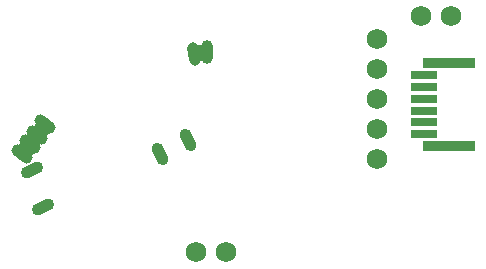
<source format=gts>
G04*
G04 #@! TF.GenerationSoftware,Altium Limited,Altium Designer,19.0.15 (446)*
G04*
G04 Layer_Color=8388736*
%FSLAX25Y25*%
%MOIN*%
G70*
G01*
G75*
%ADD12R,0.08674X0.03162*%
%ADD13R,0.17335X0.03556*%
G04:AMPARAMS|DCode=14|XSize=39.5mil|YSize=78.87mil|CornerRadius=0mil|HoleSize=0mil|Usage=FLASHONLY|Rotation=52.000|XOffset=0mil|YOffset=0mil|HoleType=Round|Shape=Round|*
%AMOVALD14*
21,1,0.03937,0.03950,0.00000,0.00000,142.0*
1,1,0.03950,0.01551,-0.01212*
1,1,0.03950,-0.01551,0.01212*
%
%ADD14OVALD14*%

G04:AMPARAMS|DCode=15|XSize=39.5mil|YSize=78.87mil|CornerRadius=0mil|HoleSize=0mil|Usage=FLASHONLY|Rotation=116.000|XOffset=0mil|YOffset=0mil|HoleType=Round|Shape=Round|*
%AMOVALD15*
21,1,0.03937,0.03950,0.00000,0.00000,206.0*
1,1,0.03950,0.01769,0.00863*
1,1,0.03950,-0.01769,-0.00863*
%
%ADD15OVALD15*%

%ADD16O,0.03950X0.07887*%
G04:AMPARAMS|DCode=17|XSize=39.5mil|YSize=78.87mil|CornerRadius=0mil|HoleSize=0mil|Usage=FLASHONLY|Rotation=10.000|XOffset=0mil|YOffset=0mil|HoleType=Round|Shape=Round|*
%AMOVALD17*
21,1,0.03937,0.03950,0.00000,0.00000,100.0*
1,1,0.03950,0.00342,-0.01939*
1,1,0.03950,-0.00342,0.01939*
%
%ADD17OVALD17*%

G04:AMPARAMS|DCode=18|XSize=39.5mil|YSize=78.87mil|CornerRadius=0mil|HoleSize=0mil|Usage=FLASHONLY|Rotation=206.000|XOffset=0mil|YOffset=0mil|HoleType=Round|Shape=Round|*
%AMOVALD18*
21,1,0.03937,0.03950,0.00000,0.00000,296.0*
1,1,0.03950,-0.00863,0.01769*
1,1,0.03950,0.00863,-0.01769*
%
%ADD18OVALD18*%

%ADD19C,0.06800*%
G36*
X-73136Y-3036D02*
X-80315Y-11811D01*
X-75984Y-15354D01*
X-69001Y-6044D01*
X-73136Y-3036D01*
D02*
G37*
G36*
X-20748Y22047D02*
X-18504D01*
Y16535D01*
X-20079D01*
X-20748Y22047D01*
D02*
G37*
D12*
X55118Y-7874D02*
D03*
Y-3937D02*
D03*
Y0D02*
D03*
Y3937D02*
D03*
Y7874D02*
D03*
Y11811D02*
D03*
D13*
X63386Y-11811D02*
D03*
Y15748D02*
D03*
D14*
X-78785Y-14297D02*
D03*
X-76324Y-11182D02*
D03*
X-73765Y-8033D02*
D03*
X-71009Y-4533D02*
D03*
D15*
X-75569Y-19711D02*
D03*
X-71979Y-32041D02*
D03*
D16*
X-17224Y19390D02*
D03*
D17*
X-21563Y18978D02*
D03*
D18*
X-23498Y-9723D02*
D03*
X-32844Y-14349D02*
D03*
D19*
X64055Y31496D02*
D03*
X54055D02*
D03*
X-20748Y-47244D02*
D03*
X-10748D02*
D03*
X39370Y13937D02*
D03*
Y-16063D02*
D03*
Y-6063D02*
D03*
Y3937D02*
D03*
Y23937D02*
D03*
M02*

</source>
